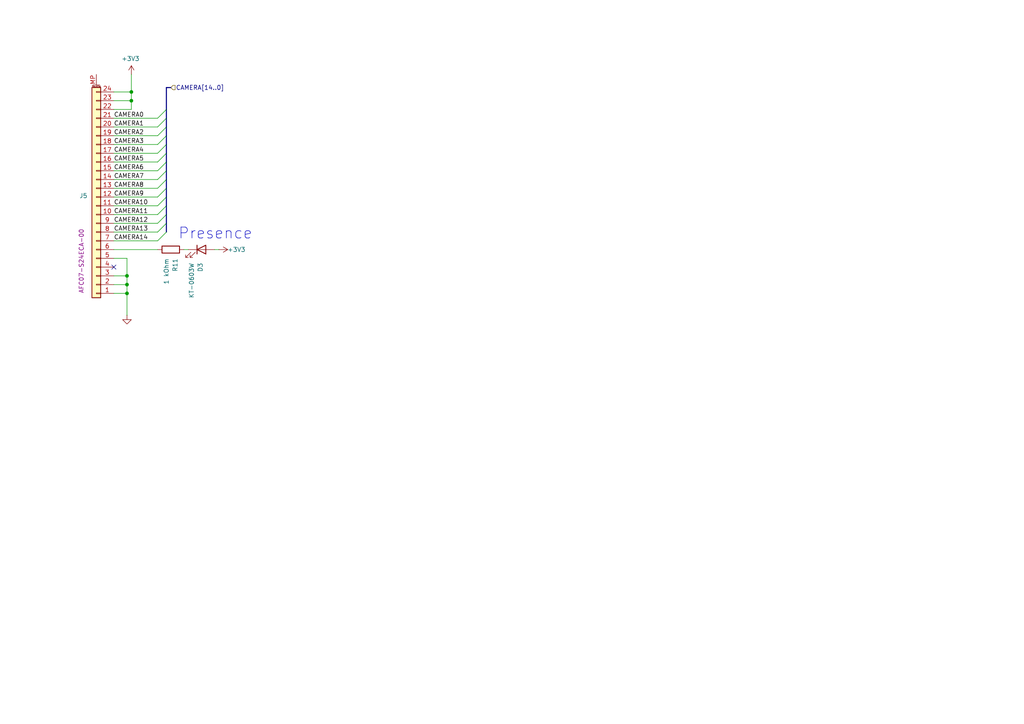
<source format=kicad_sch>
(kicad_sch (version 20250114) (generator "eeschema") (generator_version "9.0")
  (paper "A4")
  (title_block (company "Daniel Enrique Pérez Díaz (steewBSD)"))
  (lib_symbols
    (symbol "Connector_Generic_MountingPin:Conn_01x24_MountingPin" (pin_names (offset 1.016) (hide yes))
      (property "Reference" "J" (at 0 30.48 0))
      (property "Value" "Conn_01x24_MountingPin" (at 1.27 -33.02 0))
      (symbol "Conn_01x24_MountingPin_1_1"
        (rectangle (start -1.27 29.21) (end 1.27 -31.75) (stroke (width 0.254)) (fill (type background)))
        (rectangle (start -1.27 28.067) (end 0 27.813) (stroke (width 0.1524)))
        (rectangle (start -1.27 25.527) (end 0 25.273) (stroke (width 0.1524)))
        (rectangle (start -1.27 22.987) (end 0 22.733) (stroke (width 0.1524)))
        (rectangle (start -1.27 20.447) (end 0 20.193) (stroke (width 0.1524)))
        (rectangle (start -1.27 17.907) (end 0 17.653) (stroke (width 0.1524)))
        (rectangle (start -1.27 15.367) (end 0 15.113) (stroke (width 0.1524)))
        (rectangle (start -1.27 12.827) (end 0 12.573) (stroke (width 0.1524)))
        (rectangle (start -1.27 10.287) (end 0 10.033) (stroke (width 0.1524)))
        (rectangle (start -1.27 7.747) (end 0 7.493) (stroke (width 0.1524)))
        (rectangle (start -1.27 5.207) (end 0 4.953) (stroke (width 0.1524)))
        (rectangle (start -1.27 2.667) (end 0 2.413) (stroke (width 0.1524)))
        (rectangle (start -1.27 0.127) (end 0 -0.127) (stroke (width 0.1524)))
        (rectangle (start -1.27 -2.413) (end 0 -2.667) (stroke (width 0.1524)))
        (rectangle (start -1.27 -4.953) (end 0 -5.207) (stroke (width 0.1524)))
        (rectangle (start -1.27 -7.493) (end 0 -7.747) (stroke (width 0.1524)))
        (rectangle (start -1.27 -10.033) (end 0 -10.287) (stroke (width 0.1524)))
        (rectangle (start -1.27 -12.573) (end 0 -12.827) (stroke (width 0.1524)))
        (rectangle (start -1.27 -15.113) (end 0 -15.367) (stroke (width 0.1524)))
        (rectangle (start -1.27 -17.653) (end 0 -17.907) (stroke (width 0.1524)))
        (rectangle (start -1.27 -20.193) (end 0 -20.447) (stroke (width 0.1524)))
        (rectangle (start -1.27 -22.733) (end 0 -22.987) (stroke (width 0.1524)))
        (rectangle (start -1.27 -25.273) (end 0 -25.527) (stroke (width 0.1524)))
        (rectangle (start -1.27 -27.813) (end 0 -28.067) (stroke (width 0.1524)))
        (rectangle (start -1.27 -30.353) (end 0 -30.607) (stroke (width 0.1524)))
        (polyline (pts (xy -1.016 -32.512) (xy 1.016 -32.512)) (stroke (width 0.1524)))
        (text "Mounting" (at 0 -32.131 0) (effects (font (size 0.381 0.381))))
        (pin passive line (at -5.08 27.94 0) (length 3.81) (name "Pin_1") (number "1"))
        (pin passive line (at -5.08 25.4 0) (length 3.81) (name "Pin_2") (number "2"))
        (pin passive line (at -5.08 22.86 0) (length 3.81) (name "Pin_3") (number "3"))
        (pin passive line (at -5.08 20.32 0) (length 3.81) (name "Pin_4") (number "4"))
        (pin passive line (at -5.08 17.78 0) (length 3.81) (name "Pin_5") (number "5"))
        (pin passive line (at -5.08 15.24 0) (length 3.81) (name "Pin_6") (number "6"))
        (pin passive line (at -5.08 12.7 0) (length 3.81) (name "Pin_7") (number "7"))
        (pin passive line (at -5.08 10.16 0) (length 3.81) (name "Pin_8") (number "8"))
        (pin passive line (at -5.08 7.62 0) (length 3.81) (name "Pin_9") (number "9"))
        (pin passive line (at -5.08 5.08 0) (length 3.81) (name "Pin_10") (number "10"))
        (pin passive line (at -5.08 2.54 0) (length 3.81) (name "Pin_11") (number "11"))
        (pin passive line (at -5.08 0 0) (length 3.81) (name "Pin_12") (number "12"))
        (pin passive line (at -5.08 -2.54 0) (length 3.81) (name "Pin_13") (number "13"))
        (pin passive line (at -5.08 -5.08 0) (length 3.81) (name "Pin_14") (number "14"))
        (pin passive line (at -5.08 -7.62 0) (length 3.81) (name "Pin_15") (number "15"))
        (pin passive line (at -5.08 -10.16 0) (length 3.81) (name "Pin_16") (number "16"))
        (pin passive line (at -5.08 -12.7 0) (length 3.81) (name "Pin_17") (number "17"))
        (pin passive line (at -5.08 -15.24 0) (length 3.81) (name "Pin_18") (number "18"))
        (pin passive line (at -5.08 -17.78 0) (length 3.81) (name "Pin_19") (number "19"))
        (pin passive line (at -5.08 -20.32 0) (length 3.81) (name "Pin_20") (number "20"))
        (pin passive line (at -5.08 -22.86 0) (length 3.81) (name "Pin_21") (number "21"))
        (pin passive line (at -5.08 -25.4 0) (length 3.81) (name "Pin_22") (number "22"))
        (pin passive line (at -5.08 -27.94 0) (length 3.81) (name "Pin_23") (number "23"))
        (pin passive line (at -5.08 -30.48 0) (length 3.81) (name "Pin_24") (number "24"))
        (pin passive line (at 0 -35.56 90) (length 3.048) (name "MountPin") (number "MP"))
      )
    )
    (symbol "Device:LED" (pin_numbers (hide yes)) (pin_names (offset 1.016) (hide yes))
      (property "Reference" "D" (at 0 2.54 0))
      (property "Value" "LED" (at 0 -2.54 0))
      (symbol "LED_0_1"
        (polyline (pts (xy -3.048 -0.762) (xy -4.572 -2.286) (xy -3.81 -2.286) (xy -4.572 -2.286) (xy -4.572 -1.524)))
        (polyline (pts (xy -1.778 -0.762) (xy -3.302 -2.286) (xy -2.54 -2.286) (xy -3.302 -2.286) (xy -3.302 -1.524)))
        (polyline (pts (xy -1.27 0) (xy 1.27 0)))
        (polyline (pts (xy -1.27 -1.27) (xy -1.27 1.27)) (stroke (width 0.254)))
        (polyline (pts (xy 1.27 -1.27) (xy 1.27 1.27) (xy -1.27 0) (xy 1.27 -1.27)) (stroke (width 0.254)))
      )
      (symbol "LED_1_1"
        (pin passive line (at -3.81 0 0) (length 2.54) (name "K") (number "1"))
        (pin passive line (at 3.81 0 180) (length 2.54) (name "A") (number "2"))
      )
    )
    (symbol "Device:R" (pin_numbers (hide yes)) (pin_names (offset 0))
      (property "Reference" "R" (at 2.032 0 90))
      (property "Value" "R" (at 0 0 90))
      (symbol "R_0_1"
        (rectangle (start -1.016 -2.54) (end 1.016 2.54) (stroke (width 0.254)))
      )
      (symbol "R_1_1"
        (pin passive line (at 0 3.81 270) (length 1.27) (name "~") (number "1"))
        (pin passive line (at 0 -3.81 90) (length 1.27) (name "~") (number "2"))
      )
    )
    (symbol "power:+3V3" (power) (pin_numbers (hide yes)) (pin_names (offset 0) (hide yes))
      (property "Value" "+3V3" (at 0 3.556 0))
      (symbol "+3V3_0_1"
        (polyline (pts (xy -0.762 1.27) (xy 0 2.54)))
        (polyline (pts (xy 0 2.54) (xy 0.762 1.27)))
        (polyline (pts (xy 0 0) (xy 0 2.54)))
      )
      (symbol "+3V3_1_1"
        (pin power_in line (at 0 0 90) (length 0) (name "~") (number "1"))
      )
    )
    (symbol "power:GND" (power) (pin_numbers (hide yes)) (pin_names (offset 0) (hide yes))
      (property "Value" "GND" (at 0 -3.81 0))
      (symbol "GND_0_1"
        (polyline (pts (xy 0 0) (xy 0 -1.27) (xy 1.27 -1.27) (xy 0 -2.54) (xy -1.27 -1.27) (xy 0 -1.27)))
      )
      (symbol "GND_1_1"
        (pin power_in line (at 0 0 270) (length 0) (name "~") (number "1"))
      )
    )
  )
  (text "Presence" (at 62.484 67.818 0) (effects (font (size 3.175 3.175))))
  (junction (at 36.83 82.55))
  (junction (at 38.1 26.67))
  (junction (at 36.83 85.09))
  (junction (at 38.1 29.21))
  (junction (at 36.83 80.01))
  (no_connect (at 33.02 77.47))
  (bus_entry (at 48.26 44.45) (size -2.54 2.54))
  (bus_entry (at 48.26 36.83) (size -2.54 2.54))
  (bus_entry (at 48.26 62.23) (size -2.54 2.54))
  (bus_entry (at 48.26 31.75) (size -2.54 2.54))
  (bus_entry (at 48.26 57.15) (size -2.54 2.54))
  (bus_entry (at 48.26 34.29) (size -2.54 2.54))
  (bus_entry (at 48.26 41.91) (size -2.54 2.54))
  (bus_entry (at 48.26 67.31) (size -2.54 2.54))
  (bus_entry (at 48.26 64.77) (size -2.54 2.54))
  (bus_entry (at 48.26 39.37) (size -2.54 2.54))
  (bus_entry (at 48.26 52.07) (size -2.54 2.54))
  (bus_entry (at 48.26 54.61) (size -2.54 2.54))
  (bus_entry (at 48.26 49.53) (size -2.54 2.54))
  (bus_entry (at 48.26 59.69) (size -2.54 2.54))
  (bus_entry (at 48.26 46.99) (size -2.54 2.54))
  (wire (pts (xy 33.02 44.45) (xy 45.72 44.45)))
  (bus (pts (xy 48.26 46.99) (xy 48.26 49.53)))
  (wire (pts (xy 36.83 82.55) (xy 36.83 85.09)))
  (bus (pts (xy 48.26 59.69) (xy 48.26 62.23)))
  (bus (pts (xy 48.26 57.15) (xy 48.26 59.69)))
  (wire (pts (xy 36.83 85.09) (xy 33.02 85.09)))
  (wire (pts (xy 33.02 39.37) (xy 45.72 39.37)))
  (bus (pts (xy 49.53 25.4) (xy 48.26 25.4)))
  (wire (pts (xy 38.1 21.59) (xy 38.1 26.67)))
  (wire (pts (xy 36.83 91.44) (xy 36.83 85.09)))
  (wire (pts (xy 33.02 54.61) (xy 45.72 54.61)))
  (wire (pts (xy 36.83 80.01) (xy 33.02 80.01)))
  (wire (pts (xy 38.1 26.67) (xy 33.02 26.67)))
  (bus (pts (xy 48.26 54.61) (xy 48.26 57.15)))
  (wire (pts (xy 33.02 36.83) (xy 45.72 36.83)))
  (bus (pts (xy 48.26 64.77) (xy 48.26 67.31)))
  (wire (pts (xy 33.02 52.07) (xy 45.72 52.07)))
  (wire (pts (xy 38.1 29.21) (xy 38.1 31.75)))
  (wire (pts (xy 33.02 74.93) (xy 36.83 74.93)))
  (bus (pts (xy 48.26 41.91) (xy 48.26 44.45)))
  (wire (pts (xy 33.02 72.39) (xy 45.72 72.39)))
  (bus (pts (xy 48.26 62.23) (xy 48.26 64.77)))
  (wire (pts (xy 33.02 34.29) (xy 45.72 34.29)))
  (wire (pts (xy 36.83 74.93) (xy 36.83 80.01)))
  (bus (pts (xy 48.26 44.45) (xy 48.26 46.99)))
  (wire (pts (xy 38.1 29.21) (xy 38.1 26.67)))
  (wire (pts (xy 33.02 69.85) (xy 45.72 69.85)))
  (wire (pts (xy 45.72 41.91) (xy 33.02 41.91)))
  (wire (pts (xy 38.1 31.75) (xy 33.02 31.75)))
  (wire (pts (xy 36.83 82.55) (xy 36.83 80.01)))
  (wire (pts (xy 33.02 64.77) (xy 45.72 64.77)))
  (wire (pts (xy 33.02 57.15) (xy 45.72 57.15)))
  (bus (pts (xy 48.26 36.83) (xy 48.26 39.37)))
  (wire (pts (xy 33.02 49.53) (xy 45.72 49.53)))
  (wire (pts (xy 33.02 59.69) (xy 45.72 59.69)))
  (wire (pts (xy 54.61 72.39) (xy 53.34 72.39)))
  (bus (pts (xy 48.26 34.29) (xy 48.26 36.83)))
  (wire (pts (xy 33.02 46.99) (xy 45.72 46.99)))
  (bus (pts (xy 48.26 49.53) (xy 48.26 52.07)))
  (wire (pts (xy 33.02 82.55) (xy 36.83 82.55)))
  (bus (pts (xy 48.26 25.4) (xy 48.26 31.75)))
  (wire (pts (xy 33.02 67.31) (xy 45.72 67.31)))
  (bus (pts (xy 48.26 39.37) (xy 48.26 41.91)))
  (bus (pts (xy 48.26 31.75) (xy 48.26 34.29)))
  (wire (pts (xy 63.5 72.39) (xy 62.23 72.39)))
  (wire (pts (xy 33.02 29.21) (xy 38.1 29.21)))
  (bus (pts (xy 48.26 52.07) (xy 48.26 54.61)))
  (wire (pts (xy 33.02 62.23) (xy 45.72 62.23)))
  (label "CAMERA8" (at 33.02 54.61 0))
  (label "CAMERA5" (at 33.02 46.99 0))
  (label "CAMERA0" (at 33.02 34.29 0))
  (label "CAMERA11" (at 33.02 62.23 0))
  (label "CAMERA7" (at 33.02 52.07 0))
  (label "CAMERA6" (at 33.02 49.53 0))
  (label "CAMERA3" (at 33.02 41.91 0))
  (label "CAMERA13" (at 33.02 67.31 0))
  (label "CAMERA1" (at 33.02 36.83 0))
  (label "CAMERA4" (at 33.02 44.45 0))
  (label "CAMERA9" (at 33.02 57.15 0))
  (label "CAMERA2" (at 33.02 39.37 0))
  (label "CAMERA10" (at 33.02 59.69 0))
  (label "CAMERA14" (at 33.02 69.85 0))
  (label "CAMERA12" (at 33.02 64.77 0))
  (hierarchical_label "CAMERA[14..0]" (shape input) (at 49.53 25.4 0))
  (symbol (lib_id "power:+3V3") (at 38.1 21.59 0) (mirror y) (unit 1)
    (property "Reference" "#PWR073" (effects (hide yes)))
    (property "Value" "+3V3" (at 37.846 17.018 0))
    (property "Description" "Power symbol creates a global label with name \"+3V3\"" (effects (hide yes)))
  )
  (symbol (lib_id "power:GND") (at 36.83 91.44 0) (mirror y) (unit 1)
    (property "Reference" "#PWR090" (effects (hide yes)))
    (property "Value" "GND" (effects (hide yes)))
    (property "Description" "Power symbol creates a global label with name \"GND\" , ground" (effects (hide yes)))
  )
  (symbol (lib_id "Device:LED") (at 58.42 72.39 0) (unit 1)
    (property "Reference" "D3" (at 58.1026 76.2 90) (effects (justify right)))
    (property "Value" "KT-0603W" (at 55.5626 76.2 90) (effects (justify right)))
    (property "Footprint" "LED_SMD:LED_0603_1608Metric_Pad1.05x0.95mm_HandSolder" (effects (hide yes)))
    (property "Description" "Light emitting diode" (effects (hide yes)))
  )
  (symbol (lib_id "Device:R") (at 49.53 72.39 90) (unit 1)
    (property "Reference" "R11" (at 50.8001 74.93 0) (effects (justify right)))
    (property "Value" "1 kOhm" (at 48.2601 74.93 0) (effects (justify right)))
    (property "Footprint" "Resistor_SMD:R_0603_1608Metric_Pad0.98x0.95mm_HandSolder" (effects (hide yes)))
    (property "Description" "Resistor" (effects (hide yes)))
    (property "InvenTree" "71" (effects (hide yes)))
  )
  (symbol (lib_id "power:+3V3") (at 63.5 72.39 270) (unit 1)
    (property "Reference" "#PWR091" (effects (hide yes)))
    (property "Value" "+3V3" (at 68.58 72.39 90))
    (property "Description" "Power symbol creates a global label with name \"+3V3\"" (effects (hide yes)))
  )
  (symbol (lib_id "Connector_Generic_MountingPin:Conn_01x24_MountingPin") (at 27.94 57.15 180) (unit 1)
    (property "Reference" "J5" (at 25.4 56.7945 0) (effects (justify left)))
    (property "Value" "Conn_01x24_MountingPin" (effects (hide yes)))
    (property "Footprint" "Connector_FFC-FPC:Jushuo_AFC07-S24FCA-00_1x24-1MP_P0.50_Horizontal" (effects (hide yes)))
    (property "Description" "Generic connectable mounting pin connector, single row, 01x24, script generated (kicad-library-utils/schlib/autogen/connector/)" (effects (hide yes)))
    (property "PN" "AFC07-S24ECA-00" (at 23.622 75.692 90))
  )
)
</source>
